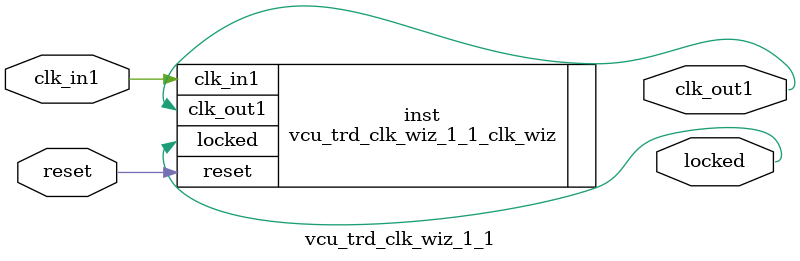
<source format=v>


`timescale 1ps/1ps

(* CORE_GENERATION_INFO = "vcu_trd_clk_wiz_1_1,clk_wiz_v6_0_1_0_0,{component_name=vcu_trd_clk_wiz_1_1,use_phase_alignment=false,use_min_o_jitter=false,use_max_i_jitter=false,use_dyn_phase_shift=false,use_inclk_switchover=false,use_dyn_reconfig=false,enable_axi=0,feedback_source=FDBK_AUTO,PRIMITIVE=MMCM,num_out_clk=1,clkin1_period=10.000,clkin2_period=10.000,use_power_down=false,use_reset=true,use_locked=true,use_inclk_stopped=false,feedback_type=SINGLE,CLOCK_MGR_TYPE=NA,manual_override=false}" *)

module vcu_trd_clk_wiz_1_1 
 (
  // Clock out ports
  output        clk_out1,
  // Status and control signals
  input         reset,
  output        locked,
 // Clock in ports
  input         clk_in1
 );

  vcu_trd_clk_wiz_1_1_clk_wiz inst
  (
  // Clock out ports  
  .clk_out1(clk_out1),
  // Status and control signals               
  .reset(reset), 
  .locked(locked),
 // Clock in ports
  .clk_in1(clk_in1)
  );

endmodule

</source>
